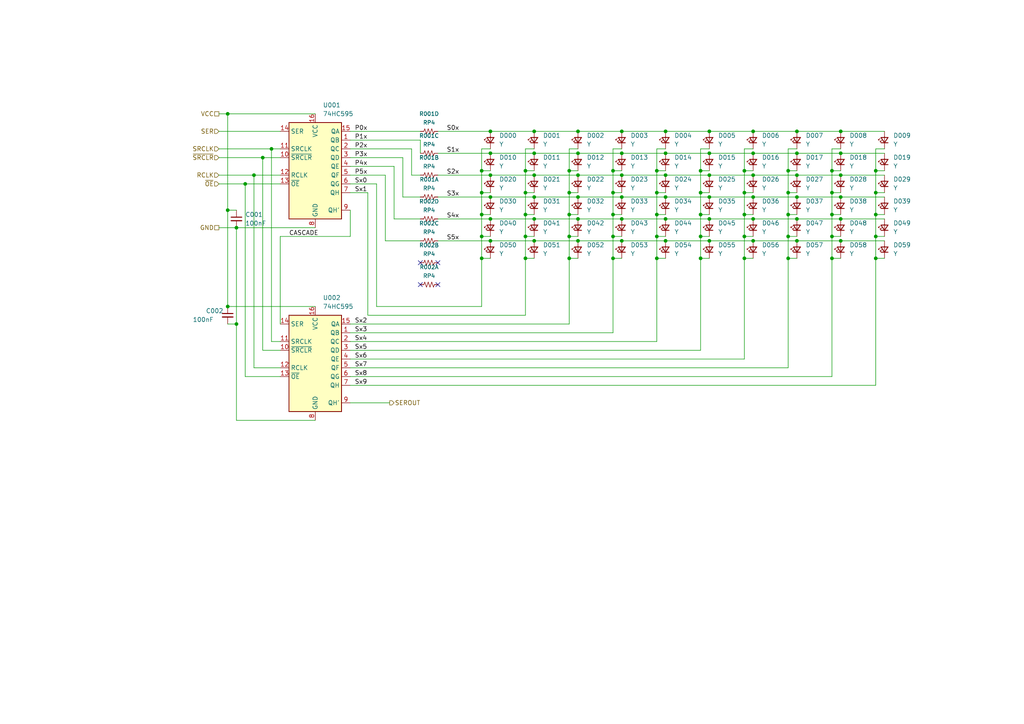
<source format=kicad_sch>
(kicad_sch (version 20230121) (generator eeschema)
  (paper "A4")
  (lib_symbols
    (symbol "74xx:74HC595"
      (property "Reference" "U" (at -7.62 13.97 0))
      (property "Value" "74HC595" (at -7.62 -16.51 0))
      (symbol "74HC595_1_0"
        (pin tri_state line (at 10.16 7.62 180) (length 2.54) (name "QB") (number "1"))
        (pin input line (at -10.16 2.54 0) (length 2.54) (name "~{SRCLR}") (number "10"))
        (pin input line (at -10.16 5.08 0) (length 2.54) (name "SRCLK") (number "11"))
        (pin input line (at -10.16 -2.54 0) (length 2.54) (name "RCLK") (number "12"))
        (pin input line (at -10.16 -5.08 0) (length 2.54) (name "~{OE}") (number "13"))
        (pin input line (at -10.16 10.16 0) (length 2.54) (name "SER") (number "14"))
        (pin tri_state line (at 10.16 10.16 180) (length 2.54) (name "QA") (number "15"))
        (pin power_in line (at 0 15.24 270) (length 2.54) (name "VCC") (number "16"))
        (pin tri_state line (at 10.16 5.08 180) (length 2.54) (name "QC") (number "2"))
        (pin tri_state line (at 10.16 2.54 180) (length 2.54) (name "QD") (number "3"))
        (pin tri_state line (at 10.16 0 180) (length 2.54) (name "QE") (number "4"))
        (pin tri_state line (at 10.16 -2.54 180) (length 2.54) (name "QF") (number "5"))
        (pin tri_state line (at 10.16 -5.08 180) (length 2.54) (name "QG") (number "6"))
        (pin tri_state line (at 10.16 -7.62 180) (length 2.54) (name "QH") (number "7"))
        (pin power_in line (at 0 -17.78 90) (length 2.54) (name "GND") (number "8"))
        (pin output line (at 10.16 -12.7 180) (length 2.54) (name "QH'") (number "9"))
      )
    )
    (symbol "Device:C_Small" (pin_numbers hide) (pin_names (offset 0.254) hide)
      (property "Reference" "C" (at 0.254 1.778 0))
      (property "Value" "C_Small" (at 0.254 -2.032 0))
      (symbol "C_Small_1_1"
        (pin passive line (at 0 2.54 270) (length 2.032) (name "~") (number "1"))
        (pin passive line (at 0 -2.54 90) (length 2.032) (name "~") (number "2"))
      )
    )
    (symbol "Device:LED_Small" (pin_numbers hide) (pin_names (offset 0.254) hide)
      (property "Reference" "D" (at -1.27 3.175 0))
      (property "Value" "LED_Small" (at -4.445 -2.54 0))
      (symbol "LED_Small_1_1"
        (pin passive line (at -2.54 0 0) (length 1.778) (name "K") (number "1"))
        (pin passive line (at 2.54 0 180) (length 1.778) (name "A") (number "2"))
      )
    )
    (symbol "KwanSystems:RP4" (pin_numbers hide) (pin_names (offset 0) hide)
      (property "Reference" "R" (at -1.27 1.27 0))
      (property "Value" "RP4" (at -1.27 -2.54 0))
      (symbol "RP4_1_1"
        (pin passive line (at -2.54 0 0) (length 0.9906) (name "4") (number "1"))
        (pin passive line (at 2.54 0 180) (length 0.9906) (name "5") (number "8"))
      )
      (symbol "RP4_2_1"
        (pin passive line (at -2.54 0 0) (length 0.9906) (name "4") (number "2"))
        (pin passive line (at 2.54 0 180) (length 0.9906) (name "5") (number "7"))
      )
      (symbol "RP4_3_1"
        (pin passive line (at -2.54 0 0) (length 0.9906) (name "4") (number "3"))
        (pin passive line (at 2.54 0 180) (length 0.9906) (name "5") (number "6"))
      )
      (symbol "RP4_4_1"
        (pin passive line (at -2.54 0 0) (length 0.9906) (name "4") (number "4"))
        (pin passive line (at 2.54 0 180) (length 0.9906) (name "5") (number "5"))
      )
    )
  )
  (junction (at 139.7 55.88))
  (junction (at 66.04 33.02))
  (junction (at 180.34 57.15))
  (junction (at 193.04 63.5))
  (junction (at 228.6 68.58))
  (junction (at 177.8 55.88))
  (junction (at 78.74 43.18))
  (junction (at 180.34 50.8))
  (junction (at 154.94 57.15))
  (junction (at 205.74 38.1))
  (junction (at 218.44 38.1))
  (junction (at 231.14 69.85))
  (junction (at 193.04 69.85))
  (junction (at 254 49.53))
  (junction (at 177.8 62.23))
  (junction (at 66.04 88.9))
  (junction (at 215.9 49.53))
  (junction (at 167.64 57.15))
  (junction (at 177.8 74.93))
  (junction (at 228.6 62.23))
  (junction (at 180.34 38.1))
  (junction (at 243.84 57.15))
  (junction (at 205.74 57.15))
  (junction (at 231.14 44.45))
  (junction (at 190.5 62.23))
  (junction (at 152.4 62.23))
  (junction (at 241.3 49.53))
  (junction (at 139.7 62.23))
  (junction (at 165.1 68.58))
  (junction (at 177.8 49.53))
  (junction (at 154.94 38.1))
  (junction (at 154.94 63.5))
  (junction (at 165.1 55.88))
  (junction (at 231.14 57.15))
  (junction (at 167.64 44.45))
  (junction (at 152.4 49.53))
  (junction (at 228.6 74.93))
  (junction (at 193.04 38.1))
  (junction (at 215.9 74.93))
  (junction (at 167.64 50.8))
  (junction (at 215.9 55.88))
  (junction (at 152.4 68.58))
  (junction (at 203.2 68.58))
  (junction (at 142.24 50.8))
  (junction (at 165.1 62.23))
  (junction (at 243.84 38.1))
  (junction (at 243.84 69.85))
  (junction (at 142.24 44.45))
  (junction (at 177.8 68.58))
  (junction (at 154.94 69.85))
  (junction (at 231.14 38.1))
  (junction (at 218.44 69.85))
  (junction (at 203.2 55.88))
  (junction (at 205.74 44.45))
  (junction (at 205.74 69.85))
  (junction (at 142.24 69.85))
  (junction (at 241.3 74.93))
  (junction (at 231.14 50.8))
  (junction (at 254 74.93))
  (junction (at 193.04 57.15))
  (junction (at 193.04 50.8))
  (junction (at 203.2 62.23))
  (junction (at 218.44 50.8))
  (junction (at 142.24 63.5))
  (junction (at 218.44 63.5))
  (junction (at 180.34 69.85))
  (junction (at 167.64 38.1))
  (junction (at 139.7 49.53))
  (junction (at 254 68.58))
  (junction (at 215.9 62.23))
  (junction (at 165.1 49.53))
  (junction (at 71.12 53.34))
  (junction (at 154.94 44.45))
  (junction (at 68.58 93.98))
  (junction (at 180.34 63.5))
  (junction (at 190.5 49.53))
  (junction (at 228.6 49.53))
  (junction (at 243.84 50.8))
  (junction (at 254 55.88))
  (junction (at 218.44 57.15))
  (junction (at 215.9 68.58))
  (junction (at 203.2 74.93))
  (junction (at 254 62.23))
  (junction (at 73.66 50.8))
  (junction (at 218.44 44.45))
  (junction (at 68.58 66.04))
  (junction (at 193.04 44.45))
  (junction (at 243.84 63.5))
  (junction (at 203.2 49.53))
  (junction (at 154.94 50.8))
  (junction (at 139.7 74.93))
  (junction (at 180.34 44.45))
  (junction (at 243.84 44.45))
  (junction (at 228.6 55.88))
  (junction (at 76.2 45.72))
  (junction (at 241.3 55.88))
  (junction (at 142.24 38.1))
  (junction (at 190.5 68.58))
  (junction (at 165.1 74.93))
  (junction (at 190.5 74.93))
  (junction (at 205.74 50.8))
  (junction (at 205.74 63.5))
  (junction (at 152.4 55.88))
  (junction (at 190.5 55.88))
  (junction (at 241.3 68.58))
  (junction (at 231.14 63.5))
  (junction (at 142.24 57.15))
  (junction (at 66.04 60.96))
  (junction (at 167.64 63.5))
  (junction (at 152.4 74.93))
  (junction (at 139.7 68.58))
  (junction (at 167.64 69.85))
  (junction (at 241.3 62.23))
  (no_connect (at 121.92 82.55))
  (no_connect (at 127 76.2))
  (no_connect (at 127 82.55))
  (no_connect (at 121.92 76.2))
  (wire (pts (xy 241.3 68.58) (xy 243.84 68.58)))
  (wire (pts (xy 121.92 57.15) (xy 116.84 57.15)))
  (wire (pts (xy 81.28 68.58) (xy 101.6 68.58)))
  (wire (pts (xy 241.3 49.53) (xy 243.84 49.53)))
  (wire (pts (xy 203.2 68.58) (xy 203.2 74.93)))
  (wire (pts (xy 142.24 57.15) (xy 154.94 57.15)))
  (wire (pts (xy 228.6 74.93) (xy 228.6 106.68)))
  (wire (pts (xy 215.9 74.93) (xy 215.9 104.14)))
  (wire (pts (xy 76.2 101.6) (xy 81.28 101.6)))
  (wire (pts (xy 205.74 44.45) (xy 218.44 44.45)))
  (wire (pts (xy 228.6 68.58) (xy 228.6 74.93)))
  (wire (pts (xy 127 69.85) (xy 142.24 69.85)))
  (wire (pts (xy 91.44 88.9) (xy 66.04 88.9)))
  (wire (pts (xy 190.5 49.53) (xy 190.5 55.88)))
  (wire (pts (xy 215.9 49.53) (xy 215.9 55.88)))
  (wire (pts (xy 254 43.18) (xy 254 49.53)))
  (wire (pts (xy 203.2 68.58) (xy 205.74 68.58)))
  (wire (pts (xy 231.14 57.15) (xy 243.84 57.15)))
  (wire (pts (xy 154.94 44.45) (xy 167.64 44.45)))
  (wire (pts (xy 167.64 69.85) (xy 180.34 69.85)))
  (wire (pts (xy 165.1 49.53) (xy 167.64 49.53)))
  (wire (pts (xy 81.28 68.58) (xy 81.28 93.98)))
  (wire (pts (xy 215.9 62.23) (xy 218.44 62.23)))
  (wire (pts (xy 254 49.53) (xy 256.54 49.53)))
  (wire (pts (xy 154.94 38.1) (xy 167.64 38.1)))
  (wire (pts (xy 243.84 38.1) (xy 256.54 38.1)))
  (wire (pts (xy 205.74 38.1) (xy 218.44 38.1)))
  (wire (pts (xy 215.9 49.53) (xy 218.44 49.53)))
  (wire (pts (xy 177.8 62.23) (xy 180.34 62.23)))
  (wire (pts (xy 101.6 104.14) (xy 215.9 104.14)))
  (wire (pts (xy 215.9 55.88) (xy 218.44 55.88)))
  (wire (pts (xy 78.74 99.06) (xy 78.74 43.18)))
  (wire (pts (xy 152.4 68.58) (xy 154.94 68.58)))
  (wire (pts (xy 231.14 38.1) (xy 243.84 38.1)))
  (wire (pts (xy 215.9 43.18) (xy 215.9 49.53)))
  (wire (pts (xy 241.3 55.88) (xy 241.3 62.23)))
  (wire (pts (xy 121.92 40.64) (xy 101.6 40.64)))
  (wire (pts (xy 228.6 49.53) (xy 231.14 49.53)))
  (wire (pts (xy 165.1 43.18) (xy 165.1 49.53)))
  (wire (pts (xy 241.3 74.93) (xy 243.84 74.93)))
  (wire (pts (xy 101.6 99.06) (xy 190.5 99.06)))
  (wire (pts (xy 63.5 43.18) (xy 78.74 43.18)))
  (wire (pts (xy 139.7 62.23) (xy 142.24 62.23)))
  (wire (pts (xy 139.7 43.18) (xy 139.7 49.53)))
  (wire (pts (xy 101.6 96.52) (xy 177.8 96.52)))
  (wire (pts (xy 165.1 43.18) (xy 167.64 43.18)))
  (wire (pts (xy 139.7 43.18) (xy 142.24 43.18)))
  (wire (pts (xy 215.9 68.58) (xy 218.44 68.58)))
  (wire (pts (xy 193.04 50.8) (xy 205.74 50.8)))
  (wire (pts (xy 203.2 55.88) (xy 203.2 62.23)))
  (wire (pts (xy 139.7 68.58) (xy 139.7 74.93)))
  (wire (pts (xy 177.8 43.18) (xy 180.34 43.18)))
  (wire (pts (xy 165.1 74.93) (xy 167.64 74.93)))
  (wire (pts (xy 215.9 68.58) (xy 215.9 74.93)))
  (wire (pts (xy 106.68 55.88) (xy 101.6 55.88)))
  (wire (pts (xy 193.04 69.85) (xy 205.74 69.85)))
  (wire (pts (xy 254 49.53) (xy 254 55.88)))
  (wire (pts (xy 73.66 106.68) (xy 73.66 50.8)))
  (wire (pts (xy 241.3 68.58) (xy 241.3 74.93)))
  (wire (pts (xy 116.84 57.15) (xy 116.84 45.72)))
  (wire (pts (xy 66.04 60.96) (xy 66.04 33.02)))
  (wire (pts (xy 142.24 63.5) (xy 154.94 63.5)))
  (wire (pts (xy 203.2 74.93) (xy 203.2 101.6)))
  (wire (pts (xy 106.68 91.44) (xy 106.68 55.88)))
  (wire (pts (xy 139.7 62.23) (xy 139.7 68.58)))
  (wire (pts (xy 101.6 116.84) (xy 113.03 116.84)))
  (wire (pts (xy 177.8 68.58) (xy 180.34 68.58)))
  (wire (pts (xy 180.34 63.5) (xy 193.04 63.5)))
  (wire (pts (xy 119.38 43.18) (xy 101.6 43.18)))
  (wire (pts (xy 203.2 62.23) (xy 205.74 62.23)))
  (wire (pts (xy 142.24 69.85) (xy 154.94 69.85)))
  (wire (pts (xy 73.66 106.68) (xy 81.28 106.68)))
  (wire (pts (xy 66.04 60.96) (xy 68.58 60.96)))
  (wire (pts (xy 66.04 88.9) (xy 66.04 60.96)))
  (wire (pts (xy 228.6 55.88) (xy 231.14 55.88)))
  (wire (pts (xy 228.6 62.23) (xy 228.6 68.58)))
  (wire (pts (xy 254 55.88) (xy 254 62.23)))
  (wire (pts (xy 180.34 57.15) (xy 193.04 57.15)))
  (wire (pts (xy 165.1 55.88) (xy 165.1 62.23)))
  (wire (pts (xy 139.7 88.9) (xy 109.22 88.9)))
  (wire (pts (xy 180.34 50.8) (xy 193.04 50.8)))
  (wire (pts (xy 215.9 74.93) (xy 218.44 74.93)))
  (wire (pts (xy 63.5 38.1) (xy 81.28 38.1)))
  (wire (pts (xy 78.74 43.18) (xy 81.28 43.18)))
  (wire (pts (xy 139.7 55.88) (xy 139.7 62.23)))
  (wire (pts (xy 218.44 69.85) (xy 231.14 69.85)))
  (wire (pts (xy 152.4 43.18) (xy 154.94 43.18)))
  (wire (pts (xy 190.5 55.88) (xy 190.5 62.23)))
  (wire (pts (xy 228.6 74.93) (xy 231.14 74.93)))
  (wire (pts (xy 243.84 69.85) (xy 256.54 69.85)))
  (wire (pts (xy 165.1 62.23) (xy 165.1 68.58)))
  (wire (pts (xy 165.1 55.88) (xy 167.64 55.88)))
  (wire (pts (xy 101.6 60.96) (xy 101.6 68.58)))
  (wire (pts (xy 68.58 93.98) (xy 68.58 121.92)))
  (wire (pts (xy 203.2 74.93) (xy 205.74 74.93)))
  (wire (pts (xy 142.24 38.1) (xy 154.94 38.1)))
  (wire (pts (xy 71.12 109.22) (xy 81.28 109.22)))
  (wire (pts (xy 73.66 50.8) (xy 81.28 50.8)))
  (wire (pts (xy 177.8 62.23) (xy 177.8 68.58)))
  (wire (pts (xy 228.6 55.88) (xy 228.6 62.23)))
  (wire (pts (xy 205.74 69.85) (xy 218.44 69.85)))
  (wire (pts (xy 190.5 62.23) (xy 193.04 62.23)))
  (wire (pts (xy 101.6 38.1) (xy 121.92 38.1)))
  (wire (pts (xy 167.64 38.1) (xy 180.34 38.1)))
  (wire (pts (xy 254 43.18) (xy 256.54 43.18)))
  (wire (pts (xy 177.8 43.18) (xy 177.8 49.53)))
  (wire (pts (xy 241.3 55.88) (xy 243.84 55.88)))
  (wire (pts (xy 139.7 55.88) (xy 142.24 55.88)))
  (wire (pts (xy 254 55.88) (xy 256.54 55.88)))
  (wire (pts (xy 68.58 121.92) (xy 91.44 121.92)))
  (wire (pts (xy 193.04 38.1) (xy 205.74 38.1)))
  (wire (pts (xy 228.6 43.18) (xy 228.6 49.53)))
  (wire (pts (xy 190.5 49.53) (xy 193.04 49.53)))
  (wire (pts (xy 101.6 48.26) (xy 114.3 48.26)))
  (wire (pts (xy 218.44 57.15) (xy 231.14 57.15)))
  (wire (pts (xy 152.4 62.23) (xy 154.94 62.23)))
  (wire (pts (xy 66.04 33.02) (xy 91.44 33.02)))
  (wire (pts (xy 152.4 74.93) (xy 154.94 74.93)))
  (wire (pts (xy 63.5 45.72) (xy 76.2 45.72)))
  (wire (pts (xy 231.14 69.85) (xy 243.84 69.85)))
  (wire (pts (xy 109.22 88.9) (xy 109.22 53.34)))
  (wire (pts (xy 76.2 45.72) (xy 81.28 45.72)))
  (wire (pts (xy 177.8 49.53) (xy 180.34 49.53)))
  (wire (pts (xy 142.24 44.45) (xy 154.94 44.45)))
  (wire (pts (xy 203.2 49.53) (xy 205.74 49.53)))
  (wire (pts (xy 165.1 68.58) (xy 167.64 68.58)))
  (wire (pts (xy 190.5 68.58) (xy 190.5 74.93)))
  (wire (pts (xy 63.5 33.02) (xy 66.04 33.02)))
  (wire (pts (xy 121.92 69.85) (xy 111.76 69.85)))
  (wire (pts (xy 127 63.5) (xy 142.24 63.5)))
  (wire (pts (xy 241.3 49.53) (xy 241.3 55.88)))
  (wire (pts (xy 152.4 62.23) (xy 152.4 68.58)))
  (wire (pts (xy 231.14 63.5) (xy 243.84 63.5)))
  (wire (pts (xy 152.4 49.53) (xy 152.4 55.88)))
  (wire (pts (xy 111.76 50.8) (xy 101.6 50.8)))
  (wire (pts (xy 167.64 44.45) (xy 180.34 44.45)))
  (wire (pts (xy 228.6 49.53) (xy 228.6 55.88)))
  (wire (pts (xy 218.44 63.5) (xy 231.14 63.5)))
  (wire (pts (xy 111.76 69.85) (xy 111.76 50.8)))
  (wire (pts (xy 228.6 43.18) (xy 231.14 43.18)))
  (wire (pts (xy 215.9 62.23) (xy 215.9 68.58)))
  (wire (pts (xy 177.8 49.53) (xy 177.8 55.88)))
  (wire (pts (xy 101.6 93.98) (xy 165.1 93.98)))
  (wire (pts (xy 177.8 55.88) (xy 177.8 62.23)))
  (wire (pts (xy 215.9 55.88) (xy 215.9 62.23)))
  (wire (pts (xy 63.5 66.04) (xy 68.58 66.04)))
  (wire (pts (xy 154.94 57.15) (xy 167.64 57.15)))
  (wire (pts (xy 177.8 74.93) (xy 177.8 96.52)))
  (wire (pts (xy 152.4 49.53) (xy 154.94 49.53)))
  (wire (pts (xy 215.9 43.18) (xy 218.44 43.18)))
  (wire (pts (xy 167.64 57.15) (xy 180.34 57.15)))
  (wire (pts (xy 127 38.1) (xy 142.24 38.1)))
  (wire (pts (xy 180.34 44.45) (xy 193.04 44.45)))
  (wire (pts (xy 241.3 62.23) (xy 243.84 62.23)))
  (wire (pts (xy 101.6 109.22) (xy 241.3 109.22)))
  (wire (pts (xy 177.8 74.93) (xy 180.34 74.93)))
  (wire (pts (xy 78.74 99.06) (xy 81.28 99.06)))
  (wire (pts (xy 254 62.23) (xy 254 68.58)))
  (wire (pts (xy 121.92 44.45) (xy 121.92 40.64)))
  (wire (pts (xy 218.44 50.8) (xy 231.14 50.8)))
  (wire (pts (xy 190.5 43.18) (xy 193.04 43.18)))
  (wire (pts (xy 101.6 101.6) (xy 203.2 101.6)))
  (wire (pts (xy 71.12 53.34) (xy 81.28 53.34)))
  (wire (pts (xy 154.94 63.5) (xy 167.64 63.5)))
  (wire (pts (xy 203.2 62.23) (xy 203.2 68.58)))
  (wire (pts (xy 205.74 50.8) (xy 218.44 50.8)))
  (wire (pts (xy 254 74.93) (xy 256.54 74.93)))
  (wire (pts (xy 121.92 50.8) (xy 119.38 50.8)))
  (wire (pts (xy 205.74 63.5) (xy 218.44 63.5)))
  (wire (pts (xy 241.3 43.18) (xy 241.3 49.53)))
  (wire (pts (xy 254 68.58) (xy 254 74.93)))
  (wire (pts (xy 228.6 68.58) (xy 231.14 68.58)))
  (wire (pts (xy 139.7 74.93) (xy 142.24 74.93)))
  (wire (pts (xy 254 74.93) (xy 254 111.76)))
  (wire (pts (xy 68.58 66.04) (xy 68.58 93.98)))
  (wire (pts (xy 167.64 50.8) (xy 180.34 50.8)))
  (wire (pts (xy 121.92 63.5) (xy 114.3 63.5)))
  (wire (pts (xy 203.2 43.18) (xy 205.74 43.18)))
  (wire (pts (xy 254 62.23) (xy 256.54 62.23)))
  (wire (pts (xy 218.44 38.1) (xy 231.14 38.1)))
  (wire (pts (xy 193.04 63.5) (xy 205.74 63.5)))
  (wire (pts (xy 152.4 91.44) (xy 106.68 91.44)))
  (wire (pts (xy 241.3 62.23) (xy 241.3 68.58)))
  (wire (pts (xy 190.5 74.93) (xy 190.5 99.06)))
  (wire (pts (xy 127 44.45) (xy 142.24 44.45)))
  (wire (pts (xy 152.4 74.93) (xy 152.4 91.44)))
  (wire (pts (xy 228.6 62.23) (xy 231.14 62.23)))
  (wire (pts (xy 218.44 44.45) (xy 231.14 44.45)))
  (wire (pts (xy 180.34 69.85) (xy 193.04 69.85)))
  (wire (pts (xy 152.4 68.58) (xy 152.4 74.93)))
  (wire (pts (xy 190.5 43.18) (xy 190.5 49.53)))
  (wire (pts (xy 243.84 50.8) (xy 256.54 50.8)))
  (wire (pts (xy 241.3 74.93) (xy 241.3 109.22)))
  (wire (pts (xy 180.34 38.1) (xy 193.04 38.1)))
  (wire (pts (xy 101.6 106.68) (xy 228.6 106.68)))
  (wire (pts (xy 139.7 68.58) (xy 142.24 68.58)))
  (wire (pts (xy 243.84 44.45) (xy 256.54 44.45)))
  (wire (pts (xy 139.7 49.53) (xy 142.24 49.53)))
  (wire (pts (xy 193.04 44.45) (xy 205.74 44.45)))
  (wire (pts (xy 243.84 57.15) (xy 256.54 57.15)))
  (wire (pts (xy 63.5 50.8) (xy 73.66 50.8)))
  (wire (pts (xy 241.3 43.18) (xy 243.84 43.18)))
  (wire (pts (xy 231.14 50.8) (xy 243.84 50.8)))
  (wire (pts (xy 109.22 53.34) (xy 101.6 53.34)))
  (wire (pts (xy 154.94 69.85) (xy 167.64 69.85)))
  (wire (pts (xy 190.5 62.23) (xy 190.5 68.58)))
  (wire (pts (xy 190.5 55.88) (xy 193.04 55.88)))
  (wire (pts (xy 142.24 50.8) (xy 154.94 50.8)))
  (wire (pts (xy 152.4 55.88) (xy 154.94 55.88)))
  (wire (pts (xy 76.2 45.72) (xy 76.2 101.6)))
  (wire (pts (xy 254 68.58) (xy 256.54 68.58)))
  (wire (pts (xy 177.8 55.88) (xy 180.34 55.88)))
  (wire (pts (xy 243.84 63.5) (xy 256.54 63.5)))
  (wire (pts (xy 190.5 74.93) (xy 193.04 74.93)))
  (wire (pts (xy 165.1 74.93) (xy 165.1 93.98)))
  (wire (pts (xy 71.12 109.22) (xy 71.12 53.34)))
  (wire (pts (xy 114.3 63.5) (xy 114.3 48.26)))
  (wire (pts (xy 116.84 45.72) (xy 101.6 45.72)))
  (wire (pts (xy 165.1 62.23) (xy 167.64 62.23)))
  (wire (pts (xy 139.7 74.93) (xy 139.7 88.9)))
  (wire (pts (xy 205.74 57.15) (xy 218.44 57.15)))
  (wire (pts (xy 66.04 93.98) (xy 68.58 93.98)))
  (wire (pts (xy 190.5 68.58) (xy 193.04 68.58)))
  (wire (pts (xy 177.8 68.58) (xy 177.8 74.93)))
  (wire (pts (xy 154.94 50.8) (xy 167.64 50.8)))
  (wire (pts (xy 119.38 50.8) (xy 119.38 43.18)))
  (wire (pts (xy 203.2 43.18) (xy 203.2 49.53)))
  (wire (pts (xy 167.64 63.5) (xy 180.34 63.5)))
  (wire (pts (xy 127 50.8) (xy 142.24 50.8)))
  (wire (pts (xy 101.6 111.76) (xy 254 111.76)))
  (wire (pts (xy 68.58 66.04) (xy 91.44 66.04)))
  (wire (pts (xy 193.04 57.15) (xy 205.74 57.15)))
  (wire (pts (xy 63.5 53.34) (xy 71.12 53.34)))
  (wire (pts (xy 165.1 49.53) (xy 165.1 55.88)))
  (wire (pts (xy 203.2 49.53) (xy 203.2 55.88)))
  (wire (pts (xy 203.2 55.88) (xy 205.74 55.88)))
  (wire (pts (xy 231.14 44.45) (xy 243.84 44.45)))
  (wire (pts (xy 152.4 55.88) (xy 152.4 62.23)))
  (wire (pts (xy 152.4 43.18) (xy 152.4 49.53)))
  (wire (pts (xy 165.1 68.58) (xy 165.1 74.93)))
  (wire (pts (xy 127 57.15) (xy 142.24 57.15)))
  (wire (pts (xy 139.7 49.53) (xy 139.7 55.88)))
  (label "P2x" (at 102.87 43.18 0))
  (label "Sx0" (at 102.87 53.34 0))
  (label "P3x" (at 102.87 45.72 0))
  (label "P1x" (at 102.87 40.64 0))
  (label "Sx7" (at 102.87 106.68 0))
  (label "Sx9" (at 102.87 111.76 0))
  (label "S4x" (at 129.54 63.5 0))
  (label "Sx4" (at 102.87 99.06 0))
  (label "S3x" (at 129.54 57.15 0))
  (label "Sx6" (at 102.87 104.14 0))
  (label "P5x" (at 102.87 50.8 0))
  (label "Sx1" (at 102.87 55.88 0))
  (label "Sx5" (at 102.87 101.6 0))
  (label "S0x" (at 129.54 38.1 0))
  (label "S1x" (at 129.54 44.45 0))
  (label "Sx3" (at 102.87 96.52 0))
  (label "Sx2" (at 102.87 93.98 0))
  (label "S5x" (at 129.54 69.85 0))
  (label "P0x" (at 102.87 38.1 0))
  (label "Sx8" (at 102.87 109.22 0))
  (label "S2x" (at 129.54 50.8 0))
  (label "P4x" (at 102.87 48.26 0))
  (label "CASCADE" (at 83.82 68.58 0))
  (hierarchical_label "~{SRCLR}" (shape input) (at 63.5 45.72 180))
  (hierarchical_label "SRCLK" (shape input) (at 63.5 43.18 180))
  (hierarchical_label "SER" (shape input) (at 63.5 38.1 180))
  (hierarchical_label "SEROUT" (shape output) (at 113.03 116.84 0))
  (hierarchical_label "GND" (shape passive) (at 63.5 66.04 180))
  (hierarchical_label "VCC" (shape passive) (at 63.5 33.02 180))
  (hierarchical_label "~{OE}" (shape input) (at 63.5 53.34 180))
  (hierarchical_label "RCLK" (shape input) (at 63.5 50.8 180))
  (symbol (lib_id "Device:LED_Small") (at 256.54 40.64 90) (unit 1)
    (property "Reference" "D009" (at 259.08 39.3065 90) (effects (justify right)))
    (property "Value" "Y" (at 259.08 41.8465 90) (effects (justify right)))
    (property "Footprint" "KwanSystems:D_KINGBRIGHT_DOME" (effects hide))
    (property "Digikey" "754-2331-1-ND" (effects hide))
    (property "Part Number" "APDA1806SYCK" (effects hide))
    (instances (project "Precision23" (path "" (reference "D009") (unit 1)) (path "" (reference "D109") (unit 1)) (path "" (reference "D209") (unit 1))))
  )
  (symbol (lib_id "Device:LED_Small") (at 180.34 59.69 90) (unit 1)
    (property "Reference" "D033" (at 182.88 58.3565 90) (effects (justify right)))
    (property "Value" "Y" (at 182.88 60.8965 90) (effects (justify right)))
    (property "Footprint" "KwanSystems:D_KINGBRIGHT_DOME" (effects hide))
    (property "Digikey" "754-2331-1-ND" (effects hide))
    (property "Part Number" "APDA1806SYCK" (effects hide))
    (instances (project "Precision23" (path "" (reference "D033") (unit 1)) (path "" (reference "D133") (unit 1)) (path "" (reference "D233") (unit 1))))
  )
  (symbol (lib_id "Device:LED_Small") (at 231.14 46.99 90) (unit 1)
    (property "Reference" "D017" (at 233.68 45.6565 90) (effects (justify right)))
    (property "Value" "Y" (at 233.68 48.1965 90) (effects (justify right)))
    (property "Footprint" "KwanSystems:D_KINGBRIGHT_DOME" (effects hide))
    (property "Digikey" "754-2331-1-ND" (effects hide))
    (property "Part Number" "APDA1806SYCK" (effects hide))
    (instances (project "Precision23" (path "" (reference "D017") (unit 1)) (path "" (reference "D117") (unit 1)) (path "" (reference "D217") (unit 1))))
  )
  (symbol (lib_id "Device:LED_Small") (at 193.04 46.99 90) (unit 1)
    (property "Reference" "D014" (at 195.58 45.6565 90) (effects (justify right)))
    (property "Value" "Y" (at 195.58 48.1965 90) (effects (justify right)))
    (property "Footprint" "KwanSystems:D_KINGBRIGHT_DOME" (effects hide))
    (property "Digikey" "754-2331-1-ND" (effects hide))
    (property "Part Number" "APDA1806SYCK" (effects hide))
    (instances (project "Precision23" (path "" (reference "D014") (unit 1)) (path "" (reference "D114") (unit 1)) (path "" (reference "D214") (unit 1))))
  )
  (symbol (lib_id "Device:LED_Small") (at 142.24 53.34 90) (unit 1)
    (property "Reference" "D020" (at 144.78 52.0065 90) (effects (justify right)))
    (property "Value" "Y" (at 144.78 54.5465 90) (effects (justify right)))
    (property "Footprint" "KwanSystems:D_KINGBRIGHT_DOME" (effects hide))
    (property "Digikey" "754-2331-1-ND" (effects hide))
    (property "Part Number" "APDA1806SYCK" (effects hide))
    (instances (project "Precision23" (path "" (reference "D020") (unit 1)) (path "" (reference "D120") (unit 1)) (path "" (reference "D220") (unit 1))))
  )
  (symbol (lib_id "Device:LED_Small") (at 193.04 53.34 90) (unit 1)
    (property "Reference" "D024" (at 195.58 52.0065 90) (effects (justify right)))
    (property "Value" "Y" (at 195.58 54.5465 90) (effects (justify right)))
    (property "Footprint" "KwanSystems:D_KINGBRIGHT_DOME" (effects hide))
    (property "Digikey" "754-2331-1-ND" (effects hide))
    (property "Part Number" "APDA1806SYCK" (effects hide))
    (instances (project "Precision23" (path "" (reference "D024") (unit 1)) (path "" (reference "D124") (unit 1)) (path "" (reference "D224") (unit 1))))
  )
  (symbol (lib_id "Device:LED_Small") (at 231.14 59.69 90) (unit 1)
    (property "Reference" "D037" (at 233.68 58.3565 90) (effects (justify right)))
    (property "Value" "Y" (at 233.68 60.8965 90) (effects (justify right)))
    (property "Footprint" "KwanSystems:D_KINGBRIGHT_DOME" (effects hide))
    (property "Digikey" "754-2331-1-ND" (effects hide))
    (property "Part Number" "APDA1806SYCK" (effects hide))
    (instances (project "Precision23" (path "" (reference "D037") (unit 1)) (path "" (reference "D137") (unit 1)) (path "" (reference "D237") (unit 1))))
  )
  (symbol (lib_id "Device:LED_Small") (at 193.04 40.64 90) (unit 1)
    (property "Reference" "D004" (at 195.58 39.3065 90) (effects (justify right)))
    (property "Value" "Y" (at 195.58 41.8465 90) (effects (justify right)))
    (property "Footprint" "KwanSystems:D_KINGBRIGHT_DOME" (effects hide))
    (property "Digikey" "754-2331-1-ND" (effects hide))
    (property "Part Number" "APDA1806SYCK" (effects hide))
    (instances (project "Precision23" (path "" (reference "D004") (unit 1)) (path "" (reference "D104") (unit 1)) (path "" (reference "D204") (unit 1))))
  )
  (symbol (lib_id "Device:LED_Small") (at 243.84 66.04 90) (unit 1)
    (property "Reference" "D048" (at 246.38 64.7065 90) (effects (justify right)))
    (property "Value" "Y" (at 246.38 67.2465 90) (effects (justify right)))
    (property "Footprint" "KwanSystems:D_KINGBRIGHT_DOME" (effects hide))
    (property "Digikey" "754-2331-1-ND" (effects hide))
    (property "Part Number" "APDA1806SYCK" (effects hide))
    (instances (project "Precision23" (path "" (reference "D048") (unit 1)) (path "" (reference "D148") (unit 1)) (path "" (reference "D248") (unit 1))))
  )
  (symbol (lib_id "Device:LED_Small") (at 218.44 66.04 90) (unit 1)
    (property "Reference" "D046" (at 220.98 64.7065 90) (effects (justify right)))
    (property "Value" "Y" (at 220.98 67.2465 90) (effects (justify right)))
    (property "Footprint" "KwanSystems:D_KINGBRIGHT_DOME" (effects hide))
    (property "Digikey" "754-2331-1-ND" (effects hide))
    (property "Part Number" "APDA1806SYCK" (effects hide))
    (instances (project "Precision23" (path "" (reference "D046") (unit 1)) (path "" (reference "D146") (unit 1)) (path "" (reference "D246") (unit 1))))
  )
  (symbol (lib_id "KwanSystems:RP4") (at 124.46 57.15 0) (unit 1)
    (property "Reference" "R001" (at 124.46 52.07 0) (effects (font (size 1.143 1.143))))
    (property "Value" "RP4" (at 124.46 54.61 0) (effects (font (size 1.143 1.143))))
    (property "Footprint" "KwanSystems:R_Array_Convex_4x0402" (effects hide))
    (instances (project "Precision23" (path "" (reference "R001") (unit 1)) (path "" (reference "R101") (unit 1)) (path "" (reference "R201") (unit 1))))
  )
  (symbol (lib_id "Device:LED_Small") (at 218.44 59.69 90) (unit 1)
    (property "Reference" "D036" (at 220.98 58.3565 90) (effects (justify right)))
    (property "Value" "Y" (at 220.98 60.8965 90) (effects (justify right)))
    (property "Footprint" "KwanSystems:D_KINGBRIGHT_DOME" (effects hide))
    (property "Digikey" "754-2331-1-ND" (effects hide))
    (property "Part Number" "APDA1806SYCK" (effects hide))
    (instances (project "Precision23" (path "" (reference "D036") (unit 1)) (path "" (reference "D136") (unit 1)) (path "" (reference "D236") (unit 1))))
  )
  (symbol (lib_id "KwanSystems:RP4") (at 124.46 38.1 0) (unit 4)
    (property "Reference" "R001" (at 124.46 33.02 0) (effects (font (size 1.143 1.143))))
    (property "Value" "RP4" (at 124.46 35.56 0) (effects (font (size 1.143 1.143))))
    (property "Footprint" "KwanSystems:R_Array_Convex_4x0402" (effects hide))
    (instances (project "Precision23" (path "" (reference "R001") (unit 4)) (path "" (reference "R101") (unit 4)) (path "" (reference "R201") (unit 4))))
  )
  (symbol (lib_id "Device:LED_Small") (at 142.24 40.64 90) (unit 1)
    (property "Reference" "D000" (at 144.78 39.3065 90) (effects (justify right)))
    (property "Value" "Y" (at 144.78 41.8465 90) (effects (justify right)))
    (property "Footprint" "KwanSystems:D_KINGBRIGHT_DOME" (effects hide))
    (property "Digikey" "754-2331-1-ND" (effects hide))
    (property "Part Number" "APDA1806SYCK" (effects hide))
    (instances (project "Precision23" (path "" (reference "D000") (unit 1)) (path "" (reference "D100") (unit 1)) (path "" (reference "D200") (unit 1))))
  )
  (symbol (lib_id "Device:LED_Small") (at 180.34 72.39 90) (unit 1)
    (property "Reference" "D053" (at 182.88 71.0565 90) (effects (justify right)))
    (property "Value" "Y" (at 182.88 73.5965 90) (effects (justify right)))
    (property "Footprint" "KwanSystems:D_KINGBRIGHT_DOME" (effects hide))
    (property "Digikey" "754-2331-1-ND" (effects hide))
    (property "Part Number" "APDA1806SYCK" (effects hide))
    (instances (project "Precision23" (path "" (reference "D053") (unit 1)) (path "" (reference "D153") (unit 1)) (path "" (reference "D253") (unit 1))))
  )
  (symbol (lib_id "KwanSystems:RP4") (at 124.46 82.55 0) (unit 1)
    (property "Reference" "R002" (at 124.46 77.47 0) (effects (font (size 1.143 1.143))))
    (property "Value" "RP4" (at 124.46 80.01 0) (effects (font (size 1.143 1.143))))
    (property "Footprint" "KwanSystems:R_Array_Convex_4x0402" (effects hide))
    (instances (project "Precision23" (path "" (reference "R002") (unit 1)) (path "" (reference "R102") (unit 1)) (path "" (reference "R202") (unit 1))))
  )
  (symbol (lib_id "Device:LED_Small") (at 231.14 53.34 90) (unit 1)
    (property "Reference" "D027" (at 233.68 52.0065 90) (effects (justify right)))
    (property "Value" "Y" (at 233.68 54.5465 90) (effects (justify right)))
    (property "Footprint" "KwanSystems:D_KINGBRIGHT_DOME" (effects hide))
    (property "Digikey" "754-2331-1-ND" (effects hide))
    (property "Part Number" "APDA1806SYCK" (effects hide))
    (instances (project "Precision23" (path "" (reference "D027") (unit 1)) (path "" (reference "D127") (unit 1)) (path "" (reference "D227") (unit 1))))
  )
  (symbol (lib_id "KwanSystems:RP4") (at 124.46 63.5 0) (unit 4)
    (property "Reference" "R002" (at 124.46 58.42 0) (effects (font (size 1.143 1.143))))
    (property "Value" "RP4" (at 124.46 60.96 0) (effects (font (size 1.143 1.143))))
    (property "Footprint" "KwanSystems:R_Array_Convex_4x0402" (effects hide))
    (instances (project "Precision23" (path "" (reference "R002") (unit 4)) (path "" (reference "R102") (unit 4)) (path "" (reference "R202") (unit 4))))
  )
  (symbol (lib_id "Device:LED_Small") (at 167.64 40.64 90) (unit 1)
    (property "Reference" "D002" (at 170.18 39.3065 90) (effects (justify right)))
    (property "Value" "Y" (at 170.18 41.8465 90) (effects (justify right)))
    (property "Footprint" "KwanSystems:D_KINGBRIGHT_DOME" (effects hide))
    (property "Digikey" "754-2331-1-ND" (effects hide))
    (property "Part Number" "APDA1806SYCK" (effects hide))
    (instances (project "Precision23" (path "" (reference "D002") (unit 1)) (path "" (reference "D102") (unit 1)) (path "" (reference "D202") (unit 1))))
  )
  (symbol (lib_id "Device:LED_Small") (at 180.34 40.64 90) (unit 1)
    (property "Reference" "D003" (at 182.88 39.3065 90) (effects (justify right)))
    (property "Value" "Y" (at 182.88 41.8465 90) (effects (justify right)))
    (property "Footprint" "KwanSystems:D_KINGBRIGHT_DOME" (effects hide))
    (property "Digikey" "754-2331-1-ND" (effects hide))
    (property "Part Number" "APDA1806SYCK" (effects hide))
    (instances (project "Precision23" (path "" (reference "D003") (unit 1)) (path "" (reference "D103") (unit 1)) (path "" (reference "D203") (unit 1))))
  )
  (symbol (lib_id "Device:LED_Small") (at 167.64 59.69 90) (unit 1)
    (property "Reference" "D032" (at 170.18 58.3565 90) (effects (justify right)))
    (property "Value" "Y" (at 170.18 60.8965 90) (effects (justify right)))
    (property "Footprint" "KwanSystems:D_KINGBRIGHT_DOME" (effects hide))
    (property "Digikey" "754-2331-1-ND" (effects hide))
    (property "Part Number" "APDA1806SYCK" (effects hide))
    (instances (project "Precision23" (path "" (reference "D032") (unit 1)) (path "" (reference "D132") (unit 1)) (path "" (reference "D232") (unit 1))))
  )
  (symbol (lib_id "Device:LED_Small") (at 256.54 59.69 90) (unit 1)
    (property "Reference" "D039" (at 259.08 58.3565 90) (effects (justify right)))
    (property "Value" "Y" (at 259.08 60.8965 90) (effects (justify right)))
    (property "Footprint" "KwanSystems:D_KINGBRIGHT_DOME" (effects hide))
    (property "Digikey" "754-2331-1-ND" (effects hide))
    (property "Part Number" "APDA1806SYCK" (effects hide))
    (instances (project "Precision23" (path "" (reference "D039") (unit 1)) (path "" (reference "D139") (unit 1)) (path "" (reference "D239") (unit 1))))
  )
  (symbol (lib_id "Device:LED_Small") (at 218.44 46.99 90) (unit 1)
    (property "Reference" "D016" (at 220.98 45.6565 90) (effects (justify right)))
    (property "Value" "Y" (at 220.98 48.1965 90) (effects (justify right)))
    (property "Footprint" "KwanSystems:D_KINGBRIGHT_DOME" (effects hide))
    (property "Digikey" "754-2331-1-ND" (effects hide))
    (property "Part Number" "APDA1806SYCK" (effects hide))
    (instances (project "Precision23" (path "" (reference "D016") (unit 1)) (path "" (reference "D116") (unit 1)) (path "" (reference "D216") (unit 1))))
  )
  (symbol (lib_id "Device:LED_Small") (at 154.94 46.99 90) (unit 1)
    (property "Reference" "D011" (at 157.48 45.6565 90) (effects (justify right)))
    (property "Value" "Y" (at 157.48 48.1965 90) (effects (justify right)))
    (property "Footprint" "KwanSystems:D_KINGBRIGHT_DOME" (effects hide))
    (property "Digikey" "754-2331-1-ND" (effects hide))
    (property "Part Number" "APDA1806SYCK" (effects hide))
    (instances (project "Precision23" (path "" (reference "D011") (unit 1)) (path "" (reference "D111") (unit 1)) (path "" (reference "D211") (unit 1))))
  )
  (symbol (lib_id "Device:LED_Small") (at 154.94 53.34 90) (unit 1)
    (property "Reference" "D021" (at 157.48 52.0065 90) (effects (justify right)))
    (property "Value" "Y" (at 157.48 54.5465 90) (effects (justify right)))
    (property "Footprint" "KwanSystems:D_KINGBRIGHT_DOME" (effects hide))
    (property "Digikey" "754-2331-1-ND" (effects hide))
    (property "Part Number" "APDA1806SYCK" (effects hide))
    (instances (project "Precision23" (path "" (reference "D021") (unit 1)) (path "" (reference "D121") (unit 1)) (path "" (reference "D221") (unit 1))))
  )
  (symbol (lib_id "Device:LED_Small") (at 205.74 66.04 90) (unit 1)
    (property "Reference" "D045" (at 208.28 64.7065 90) (effects (justify right)))
    (property "Value" "Y" (at 208.28 67.2465 90) (effects (justify right)))
    (property "Footprint" "KwanSystems:D_KINGBRIGHT_DOME" (effects hide))
    (property "Digikey" "754-2331-1-ND" (effects hide))
    (property "Part Number" "APDA1806SYCK" (effects hide))
    (instances (project "Precision23" (path "" (reference "D045") (unit 1)) (path "" (reference "D145") (unit 1)) (path "" (reference "D245") (unit 1))))
  )
  (symbol (lib_id "74xx:74HC595") (at 91.44 104.14 0) (unit 1)
    (property "Reference" "U002" (at 93.6341 86.36 0) (effects (justify left)))
    (property "Value" "74HC595" (at 93.6341 88.9 0) (effects (justify left)))
    (property "Footprint" "Package_SO:TSSOP-16_4.4x5mm_P0.65mm" (effects hide))
    (property "Datasheet" "http://www.ti.com/lit/ds/symlink/sn74hc595.pdf" (effects hide))
    (property "Digikey" "1727-3068-1-ND" (effects hide))
    (instances (project "Precision23" (path "" (reference "U002") (unit 1)) (path "" (reference "U102") (unit 1)) (path "" (reference "U202") (unit 1))))
  )
  (symbol (lib_id "Device:LED_Small") (at 154.94 40.64 90) (unit 1)
    (property "Reference" "D001" (at 157.48 39.3065 90) (effects (justify right)))
    (property "Value" "Y" (at 157.48 41.8465 90) (effects (justify right)))
    (property "Footprint" "KwanSystems:D_KINGBRIGHT_DOME" (effects hide))
    (property "Digikey" "754-2331-1-ND" (effects hide))
    (property "Part Number" "APDA1806SYCK" (effects hide))
    (instances (project "Precision23" (path "" (reference "D001") (unit 1)) (path "" (reference "D101") (unit 1)) (path "" (reference "D201") (unit 1))))
  )
  (symbol (lib_id "Device:LED_Small") (at 243.84 46.99 90) (unit 1)
    (property "Reference" "D018" (at 246.38 45.6565 90) (effects (justify right)))
    (property "Value" "Y" (at 246.38 48.1965 90) (effects (justify right)))
    (property "Footprint" "KwanSystems:D_KINGBRIGHT_DOME" (effects hide))
    (property "Digikey" "754-2331-1-ND" (effects hide))
    (property "Part Number" "APDA1806SYCK" (effects hide))
    (instances (project "Precision23" (path "" (reference "D018") (unit 1)) (path "" (reference "D118") (unit 1)) (path "" (reference "D218") (unit 1))))
  )
  (symbol (lib_id "Device:LED_Small") (at 193.04 59.69 90) (unit 1)
    (property "Reference" "D034" (at 195.58 58.3565 90) (effects (justify right)))
    (property "Value" "Y" (at 195.58 60.8965 90) (effects (justify right)))
    (property "Footprint" "KwanSystems:D_KINGBRIGHT_DOME" (effects hide))
    (property "Digikey" "754-2331-1-ND" (effects hide))
    (property "Part Number" "APDA1806SYCK" (effects hide))
    (instances (project "Precision23" (path "" (reference "D034") (unit 1)) (path "" (reference "D134") (unit 1)) (path "" (reference "D234") (unit 1))))
  )
  (symbol (lib_id "Device:LED_Small") (at 205.74 72.39 90) (unit 1)
    (property "Reference" "D055" (at 208.28 71.0565 90) (effects (justify right)))
    (property "Value" "Y" (at 208.28 73.5965 90) (effects (justify right)))
    (property "Footprint" "KwanSystems:D_KINGBRIGHT_DOME" (effects hide))
    (property "Digikey" "754-2331-1-ND" (effects hide))
    (property "Part Number" "APDA1806SYCK" (effects hide))
    (instances (project "Precision23" (path "" (reference "D055") (unit 1)) (path "" (reference "D155") (unit 1)) (path "" (reference "D255") (unit 1))))
  )
  (symbol (lib_id "Device:LED_Small") (at 193.04 72.39 90) (unit 1)
    (property "Reference" "D054" (at 195.58 71.0565 90) (effects (justify right)))
    (property "Value" "Y" (at 195.58 73.5965 90) (effects (justify right)))
    (property "Footprint" "KwanSystems:D_KINGBRIGHT_DOME" (effects hide))
    (property "Digikey" "754-2331-1-ND" (effects hide))
    (property "Part Number" "APDA1806SYCK" (effects hide))
    (instances (project "Precision23" (path "" (reference "D054") (unit 1)) (path "" (reference "D154") (unit 1)) (path "" (reference "D254") (unit 1))))
  )
  (symbol (lib_id "Device:LED_Small") (at 218.44 53.34 90) (unit 1)
    (property "Reference" "D026" (at 220.98 52.0065 90) (effects (justify right)))
    (property "Value" "Y" (at 220.98 54.5465 90) (effects (justify right)))
    (property "Footprint" "KwanSystems:D_KINGBRIGHT_DOME" (effects hide))
    (property "Digikey" "754-2331-1-ND" (effects hide))
    (property "Part Number" "APDA1806SYCK" (effects hide))
    (instances (project "Precision23" (path "" (reference "D026") (unit 1)) (path "" (reference "D126") (unit 1)) (path "" (reference "D226") (unit 1))))
  )
  (symbol (lib_id "Device:LED_Small") (at 154.94 59.69 90) (unit 1)
    (property "Reference" "D031" (at 157.48 58.3565 90) (effects (justify right)))
    (property "Value" "Y" (at 157.48 60.8965 90) (effects (justify right)))
    (property "Footprint" "KwanSystems:D_KINGBRIGHT_DOME" (effects hide))
    (property "Digikey" "754-2331-1-ND" (effects hide))
    (property "Part Number" "APDA1806SYCK" (effects hide))
    (instances (project "Precision23" (path "" (reference "D031") (unit 1)) (path "" (reference "D131") (unit 1)) (path "" (reference "D231") (unit 1))))
  )
  (symbol (lib_id "Device:LED_Small") (at 231.14 66.04 90) (unit 1)
    (property "Reference" "D047" (at 233.68 64.7065 90) (effects (justify right)))
    (property "Value" "Y" (at 233.68 67.2465 90) (effects (justify right)))
    (property "Footprint" "KwanSystems:D_KINGBRIGHT_DOME" (effects hide))
    (property "Digikey" "754-2331-1-ND" (effects hide))
    (property "Part Number" "APDA1806SYCK" (effects hide))
    (instances (project "Precision23" (path "" (reference "D047") (unit 1)) (path "" (reference "D147") (unit 1)) (path "" (reference "D247") (unit 1))))
  )
  (symbol (lib_id "Device:LED_Small") (at 218.44 72.39 90) (unit 1)
    (property "Reference" "D056" (at 220.98 71.0565 90) (effects (justify right)))
    (property "Value" "Y" (at 220.98 73.5965 90) (effects (justify right)))
    (property "Footprint" "KwanSystems:D_KINGBRIGHT_DOME" (effects hide))
    (property "Digikey" "754-2331-1-ND" (effects hide))
    (property "Part Number" "APDA1806SYCK" (effects hide))
    (instances (project "Precision23" (path "" (reference "D056") (unit 1)) (path "" (reference "D156") (unit 1)) (path "" (reference "D256") (unit 1))))
  )
  (symbol (lib_id "Device:LED_Small") (at 218.44 40.64 90) (unit 1)
    (property "Reference" "D006" (at 220.98 39.3065 90) (effects (justify right)))
    (property "Value" "Y" (at 220.98 41.8465 90) (effects (justify right)))
    (property "Footprint" "KwanSystems:D_KINGBRIGHT_DOME" (effects hide))
    (property "Digikey" "754-2331-1-ND" (effects hide))
    (property "Part Number" "APDA1806SYCK" (effects hide))
    (instances (project "Precision23" (path "" (reference "D006") (unit 1)) (path "" (reference "D106") (unit 1)) (path "" (reference "D206") (unit 1))))
  )
  (symbol (lib_id "Device:LED_Small") (at 243.84 59.69 90) (unit 1)
    (property "Reference" "D038" (at 246.38 58.3565 90) (effects (justify right)))
    (property "Value" "Y" (at 246.38 60.8965 90) (effects (justify right)))
    (property "Footprint" "KwanSystems:D_KINGBRIGHT_DOME" (effects hide))
    (property "Digikey" "754-2331-1-ND" (effects hide))
    (property "Part Number" "APDA1806SYCK" (effects hide))
    (instances (project "Precision23" (path "" (reference "D038") (unit 1)) (path "" (reference "D138") (unit 1)) (path "" (reference "D238") (unit 1))))
  )
  (symbol (lib_id "Device:LED_Small") (at 193.04 66.04 90) (unit 1)
    (property "Reference" "D044" (at 195.58 64.7065 90) (effects (justify right)))
    (property "Value" "Y" (at 195.58 67.2465 90) (effects (justify right)))
    (property "Footprint" "KwanSystems:D_KINGBRIGHT_DOME" (effects hide))
    (property "Digikey" "754-2331-1-ND" (effects hide))
    (property "Part Number" "APDA1806SYCK" (effects hide))
    (instances (project "Precision23" (path "" (reference "D044") (unit 1)) (path "" (reference "D144") (unit 1)) (path "" (reference "D244") (unit 1))))
  )
  (symbol (lib_id "Device:LED_Small") (at 167.64 72.39 90) (unit 1)
    (property "Reference" "D052" (at 170.18 71.0565 90) (effects (justify right)))
    (property "Value" "Y" (at 170.18 73.5965 90) (effects (justify right)))
    (property "Footprint" "KwanSystems:D_KINGBRIGHT_DOME" (effects hide))
    (property "Digikey" "754-2331-1-ND" (effects hide))
    (property "Part Number" "APDA1806SYCK" (effects hide))
    (instances (project "Precision23" (path "" (reference "D052") (unit 1)) (path "" (reference "D152") (unit 1)) (path "" (reference "D252") (unit 1))))
  )
  (symbol (lib_id "74xx:74HC595") (at 91.44 48.26 0) (unit 1)
    (property "Reference" "U001" (at 93.6341 30.48 0) (effects (justify left)))
    (property "Value" "74HC595" (at 93.6341 33.02 0) (effects (justify left)))
    (property "Footprint" "Package_SO:TSSOP-16_4.4x5mm_P0.65mm" (effects hide))
    (property "Datasheet" "http://www.ti.com/lit/ds/symlink/sn74hc595.pdf" (effects hide))
    (property "Digikey" "1727-3068-1-ND" (effects hide))
    (instances (project "Precision23" (path "" (reference "U001") (unit 1)) (path "" (reference "U101") (unit 1)) (path "" (reference "U201") (unit 1))))
  )
  (symbol (lib_id "Device:LED_Small") (at 256.54 66.04 90) (unit 1)
    (property "Reference" "D049" (at 259.08 64.7065 90) (effects (justify right)))
    (property "Value" "Y" (at 259.08 67.2465 90) (effects (justify right)))
    (property "Footprint" "KwanSystems:D_KINGBRIGHT_DOME" (effects hide))
    (property "Digikey" "754-2331-1-ND" (effects hide))
    (property "Part Number" "APDA1806SYCK" (effects hide))
    (instances (project "Precision23" (path "" (reference "D049") (unit 1)) (path "" (reference "D149") (unit 1)) (path "" (reference "D249") (unit 1))))
  )
  (symbol (lib_id "Device:LED_Small") (at 243.84 72.39 90) (unit 1)
    (property "Reference" "D058" (at 246.38 71.0565 90) (effects (justify right)))
    (property "Value" "Y" (at 246.38 73.5965 90) (effects (justify right)))
    (property "Footprint" "KwanSystems:D_KINGBRIGHT_DOME" (effects hide))
    (property "Digikey" "754-2331-1-ND" (effects hide))
    (property "Part Number" "APDA1806SYCK" (effects hide))
    (instances (project "Precision23" (path "" (reference "D058") (unit 1)) (path "" (reference "D158") (unit 1)) (path "" (reference "D258") (unit 1))))
  )
  (symbol (lib_id "Device:LED_Small") (at 231.14 40.64 90) (unit 1)
    (property "Reference" "D007" (at 233.68 39.3065 90) (effects (justify right)))
    (property "Value" "Y" (at 233.68 41.8465 90) (effects (justify right)))
    (property "Footprint" "KwanSystems:D_KINGBRIGHT_DOME" (effects hide))
    (property "Digikey" "754-2331-1-ND" (effects hide))
    (property "Part Number" "APDA1806SYCK" (effects hide))
    (instances (project "Precision23" (path "" (reference "D007") (unit 1)) (path "" (reference "D107") (unit 1)) (path "" (reference "D207") (unit 1))))
  )
  (symbol (lib_id "Device:LED_Small") (at 142.24 59.69 90) (unit 1)
    (property "Reference" "D030" (at 144.78 58.3565 90) (effects (justify right)))
    (property "Value" "Y" (at 144.78 60.8965 90) (effects (justify right)))
    (property "Footprint" "KwanSystems:D_KINGBRIGHT_DOME" (effects hide))
    (property "Digikey" "754-2331-1-ND" (effects hide))
    (property "Part Number" "APDA1806SYCK" (effects hide))
    (instances (project "Precision23" (path "" (reference "D030") (unit 1)) (path "" (reference "D130") (unit 1)) (path "" (reference "D230") (unit 1))))
  )
  (symbol (lib_id "Device:C_Small") (at 68.58 63.5 0) (unit 1)
    (property "Reference" "C001" (at 71.12 62.2363 0) (effects (justify left)))
    (property "Value" "100nF" (at 71.12 64.7763 0) (effects (justify left)))
    (property "Footprint" "Capacitor_SMD:C_0603_1608Metric" (effects hide))
    (instances (project "Precision23" (path "" (reference "C001") (unit 1)) (path "" (reference "C102") (unit 1)) (path "" (reference "C201") (unit 1))))
  )
  (symbol (lib_id "Device:LED_Small") (at 180.34 53.34 90) (unit 1)
    (property "Reference" "D023" (at 182.88 52.0065 90) (effects (justify right)))
    (property "Value" "Y" (at 182.88 54.5465 90) (effects (justify right)))
    (property "Footprint" "KwanSystems:D_KINGBRIGHT_DOME" (effects hide))
    (property "Digikey" "754-2331-1-ND" (effects hide))
    (property "Part Number" "APDA1806SYCK" (effects hide))
    (instances (project "Precision23" (path "" (reference "D023") (unit 1)) (path "" (reference "D123") (unit 1)) (path "" (reference "D223") (unit 1))))
  )
  (symbol (lib_id "Device:LED_Small") (at 205.74 46.99 90) (unit 1)
    (property "Reference" "D015" (at 208.28 45.6565 90) (effects (justify right)))
    (property "Value" "Y" (at 208.28 48.1965 90) (effects (justify right)))
    (property "Footprint" "KwanSystems:D_KINGBRIGHT_DOME" (effects hide))
    (property "Digikey" "754-2331-1-ND" (effects hide))
    (property "Part Number" "APDA1806SYCK" (effects hide))
    (instances (project "Precision23" (path "" (reference "D015") (unit 1)) (path "" (reference "D115") (unit 1)) (path "" (reference "D215") (unit 1))))
  )
  (symbol (lib_id "KwanSystems:RP4") (at 124.46 69.85 0) (unit 3)
    (property "Reference" "R002" (at 124.46 64.77 0) (effects (font (size 1.143 1.143))))
    (property "Value" "RP4" (at 124.46 67.31 0) (effects (font (size 1.143 1.143))))
    (property "Footprint" "KwanSystems:R_Array_Convex_4x0402" (effects hide))
    (instances (project "Precision23" (path "" (reference "R002") (unit 3)) (path "" (reference "R102") (unit 3)) (path "" (reference "R202") (unit 3))))
  )
  (symbol (lib_id "Device:LED_Small") (at 154.94 66.04 90) (unit 1)
    (property "Reference" "D041" (at 157.48 64.7065 90) (effects (justify right)))
    (property "Value" "Y" (at 157.48 67.2465 90) (effects (justify right)))
    (property "Footprint" "KwanSystems:D_KINGBRIGHT_DOME" (effects hide))
    (property "Digikey" "754-2331-1-ND" (effects hide))
    (property "Part Number" "APDA1806SYCK" (effects hide))
    (instances (project "Precision23" (path "" (reference "D041") (unit 1)) (path "" (reference "D141") (unit 1)) (path "" (reference "D241") (unit 1))))
  )
  (symbol (lib_id "Device:LED_Small") (at 231.14 72.39 90) (unit 1)
    (property "Reference" "D057" (at 233.68 71.0565 90) (effects (justify right)))
    (property "Value" "Y" (at 233.68 73.5965 90) (effects (justify right)))
    (property "Footprint" "KwanSystems:D_KINGBRIGHT_DOME" (effects hide))
    (property "Digikey" "754-2331-1-ND" (effects hide))
    (property "Part Number" "APDA1806SYCK" (effects hide))
    (instances (project "Precision23" (path "" (reference "D057") (unit 1)) (path "" (reference "D157") (unit 1)) (path "" (reference "D257") (unit 1))))
  )
  (symbol (lib_id "Device:LED_Small") (at 205.74 53.34 90) (unit 1)
    (property "Reference" "D025" (at 208.28 52.0065 90) (effects (justify right)))
    (property "Value" "Y" (at 208.28 54.5465 90) (effects (justify right)))
    (property "Footprint" "KwanSystems:D_KINGBRIGHT_DOME" (effects hide))
    (property "Digikey" "754-2331-1-ND" (effects hide))
    (property "Part Number" "APDA1806SYCK" (effects hide))
    (instances (project "Precision23" (path "" (reference "D025") (unit 1)) (path "" (reference "D125") (unit 1)) (path "" (reference "D225") (unit 1))))
  )
  (symbol (lib_id "KwanSystems:RP4") (at 124.46 76.2 0) (unit 2)
    (property "Reference" "R002" (at 124.46 71.12 0) (effects (font (size 1.143 1.143))))
    (property "Value" "RP4" (at 124.46 73.66 0) (effects (font (size 1.143 1.143))))
    (property "Footprint" "KwanSystems:R_Array_Convex_4x0402" (effects hide))
    (instances (project "Precision23" (path "" (reference "R002") (unit 2)) (path "" (reference "R102") (unit 2)) (path "" (reference "R202") (unit 2))))
  )
  (symbol (lib_id "Device:LED_Small") (at 256.54 72.39 90) (unit 1)
    (property "Reference" "D059" (at 259.08 71.0565 90) (effects (justify right)))
    (property "Value" "Y" (at 259.08 73.5965 90) (effects (justify right)))
    (property "Footprint" "KwanSystems:D_KINGBRIGHT_DOME" (effects hide))
    (property "Digikey" "754-2331-1-ND" (effects hide))
    (property "Part Number" "APDA1806SYCK" (effects hide))
    (instances (project "Precision23" (path "" (reference "D059") (unit 1)) (path "" (reference "D159") (unit 1)) (path "" (reference "D259") (unit 1))))
  )
  (symbol (lib_id "KwanSystems:RP4") (at 124.46 44.45 0) (unit 3)
    (property "Reference" "R001" (at 124.46 39.37 0) (effects (font (size 1.143 1.143))))
    (property "Value" "RP4" (at 124.46 41.91 0) (effects (font (size 1.143 1.143))))
    (property "Footprint" "KwanSystems:R_Array_Convex_4x0402" (effects hide))
    (instances (project "Precision23" (path "" (reference "R001") (unit 3)) (path "" (reference "R101") (unit 3)) (path "" (reference "R201") (unit 3))))
  )
  (symbol (lib_id "KwanSystems:RP4") (at 124.46 50.8 0) (unit 2)
    (property "Reference" "R001" (at 124.46 45.72 0) (effects (font (size 1.143 1.143))))
    (property "Value" "RP4" (at 124.46 48.26 0) (effects (font (size 1.143 1.143))))
    (property "Footprint" "KwanSystems:R_Array_Convex_4x0402" (effects hide))
    (instances (project "Precision23" (path "" (reference "R001") (unit 2)) (path "" (reference "R101") (unit 2)) (path "" (reference "R201") (unit 2))))
  )
  (symbol (lib_id "Device:LED_Small") (at 180.34 46.99 90) (unit 1)
    (property "Reference" "D013" (at 182.88 45.6565 90) (effects (justify right)))
    (property "Value" "Y" (at 182.88 48.1965 90) (effects (justify right)))
    (property "Footprint" "KwanSystems:D_KINGBRIGHT_DOME" (effects hide))
    (property "Digikey" "754-2331-1-ND" (effects hide))
    (property "Part Number" "APDA1806SYCK" (effects hide))
    (instances (project "Precision23" (path "" (reference "D013") (unit 1)) (path "" (reference "D113") (unit 1)) (path "" (reference "D213") (unit 1))))
  )
  (symbol (lib_id "Device:LED_Small") (at 167.64 46.99 90) (unit 1)
    (property "Reference" "D012" (at 170.18 45.6565 90) (effects (justify right)))
    (property "Value" "Y" (at 170.18 48.1965 90) (effects (justify right)))
    (property "Footprint" "KwanSystems:D_KINGBRIGHT_DOME" (effects hide))
    (property "Digikey" "754-2331-1-ND" (effects hide))
    (property "Part Number" "APDA1806SYCK" (effects hide))
    (instances (project "Precision23" (path "" (reference "D012") (unit 1)) (path "" (reference "D112") (unit 1)) (path "" (reference "D212") (unit 1))))
  )
  (symbol (lib_id "Device:LED_Small") (at 256.54 53.34 90) (unit 1)
    (property "Reference" "D029" (at 259.08 52.0065 90) (effects (justify right)))
    (property "Value" "Y" (at 259.08 54.5465 90) (effects (justify right)))
    (property "Footprint" "KwanSystems:D_KINGBRIGHT_DOME" (effects hide))
    (property "Digikey" "754-2331-1-ND" (effects hide))
    (property "Part Number" "APDA1806SYCK" (effects hide))
    (instances (project "Precision23" (path "" (reference "D029") (unit 1)) (path "" (reference "D129") (unit 1)) (path "" (reference "D229") (unit 1))))
  )
  (symbol (lib_id "Device:LED_Small") (at 142.24 66.04 90) (unit 1)
    (property "Reference" "D040" (at 144.78 64.7065 90) (effects (justify right)))
    (property "Value" "Y" (at 144.78 67.2465 90) (effects (justify right)))
    (property "Footprint" "KwanSystems:D_KINGBRIGHT_DOME" (effects hide))
    (property "Digikey" "754-2331-1-ND" (effects hide))
    (property "Part Number" "APDA1806SYCK" (effects hide))
    (instances (project "Precision23" (path "" (reference "D040") (unit 1)) (path "" (reference "D140") (unit 1)) (path "" (reference "D240") (unit 1))))
  )
  (symbol (lib_id "Device:LED_Small") (at 142.24 72.39 90) (unit 1)
    (property "Reference" "D050" (at 144.78 71.0565 90) (effects (justify right)))
    (property "Value" "Y" (at 144.78 73.5965 90) (effects (justify right)))
    (property "Footprint" "KwanSystems:D_KINGBRIGHT_DOME" (effects hide))
    (property "Digikey" "754-2331-1-ND" (effects hide))
    (property "Part Number" "APDA1806SYCK" (effects hide))
    (instances (project "Precision23" (path "" (reference "D050") (unit 1)) (path "" (reference "D150") (unit 1)) (path "" (reference "D250") (unit 1))))
  )
  (symbol (lib_id "Device:LED_Small") (at 205.74 59.69 90) (unit 1)
    (property "Reference" "D035" (at 208.28 58.3565 90) (effects (justify right)))
    (property "Value" "Y" (at 208.28 60.8965 90) (effects (justify right)))
    (property "Footprint" "KwanSystems:D_KINGBRIGHT_DOME" (effects hide))
    (property "Digikey" "754-2331-1-ND" (effects hide))
    (property "Part Number" "APDA1806SYCK" (effects hide))
    (instances (project "Precision23" (path "" (reference "D035") (unit 1)) (path "" (reference "D135") (unit 1)) (path "" (reference "D235") (unit 1))))
  )
  (symbol (lib_id "Device:C_Small") (at 66.04 91.44 0) (unit 1)
    (property "Reference" "C002" (at 59.69 90.17 0) (effects (justify left)))
    (property "Value" "100nF" (at 55.88 92.71 0) (effects (justify left)))
    (property "Footprint" "Capacitor_SMD:C_0603_1608Metric" (effects hide))
    (instances (project "Precision23" (path "" (reference "C002") (unit 1)) (path "" (reference "C101") (unit 1)) (path "" (reference "C202") (unit 1))))
  )
  (symbol (lib_id "Device:LED_Small") (at 180.34 66.04 90) (unit 1)
    (property "Reference" "D043" (at 182.88 64.7065 90) (effects (justify right)))
    (property "Value" "Y" (at 182.88 67.2465 90) (effects (justify right)))
    (property "Footprint" "KwanSystems:D_KINGBRIGHT_DOME" (effects hide))
    (property "Digikey" "754-2331-1-ND" (effects hide))
    (property "Part Number" "APDA1806SYCK" (effects hide))
    (instances (project "Precision23" (path "" (reference "D043") (unit 1)) (path "" (reference "D143") (unit 1)) (path "" (reference "D243") (unit 1))))
  )
  (symbol (lib_id "Device:LED_Small") (at 154.94 72.39 90) (unit 1)
    (property "Reference" "D051" (at 157.48 71.0565 90) (effects (justify right)))
    (property "Value" "Y" (at 157.48 73.5965 90) (effects (justify right)))
    (property "Footprint" "KwanSystems:D_KINGBRIGHT_DOME" (effects hide))
    (property "Digikey" "754-2331-1-ND" (effects hide))
    (property "Part Number" "APDA1806SYCK" (effects hide))
    (instances (project "Precision23" (path "" (reference "D051") (unit 1)) (path "" (reference "D151") (unit 1)) (path "" (reference "D251") (unit 1))))
  )
  (symbol (lib_id "Device:LED_Small") (at 243.84 53.34 90) (unit 1)
    (property "Reference" "D028" (at 246.38 52.0065 90) (effects (justify right)))
    (property "Value" "Y" (at 246.38 54.5465 90) (effects (justify right)))
    (property "Footprint" "KwanSystems:D_KINGBRIGHT_DOME" (effects hide))
    (property "Digikey" "754-2331-1-ND" (effects hide))
    (property "Part Number" "APDA1806SYCK" (effects hide))
    (instances (project "Precision23" (path "" (reference "D028") (unit 1)) (path "" (reference "D128") (unit 1)) (path "" (reference "D228") (unit 1))))
  )
  (symbol (lib_id "Device:LED_Small") (at 142.24 46.99 90) (unit 1)
    (property "Reference" "D010" (at 144.78 45.6565 90) (effects (justify right)))
    (property "Value" "Y" (at 144.78 48.1965 90) (effects (justify right)))
    (property "Footprint" "KwanSystems:D_KINGBRIGHT_DOME" (effects hide))
    (property "Digikey" "754-2331-1-ND" (effects hide))
    (property "Part Number" "APDA1806SYCK" (effects hide))
    (instances (project "Precision23" (path "" (reference "D010") (unit 1)) (path "" (reference "D110") (unit 1)) (path "" (reference "D210") (unit 1))))
  )
  (symbol (lib_id "Device:LED_Small") (at 256.54 46.99 90) (unit 1)
    (property "Reference" "D019" (at 259.08 45.6565 90) (effects (justify right)))
    (property "Value" "Y" (at 259.08 48.1965 90) (effects (justify right)))
    (property "Footprint" "KwanSystems:D_KINGBRIGHT_DOME" (effects hide))
    (property "Digikey" "754-2331-1-ND" (effects hide))
    (property "Part Number" "APDA1806SYCK" (effects hide))
    (instances (project "Precision23" (path "" (reference "D019") (unit 1)) (path "" (reference "D119") (unit 1)) (path "" (reference "D219") (unit 1))))
  )
  (symbol (lib_id "Device:LED_Small") (at 205.74 40.64 90) (unit 1)
    (property "Reference" "D005" (at 208.28 39.3065 90) (effects (justify right)))
    (property "Value" "Y" (at 208.28 41.8465 90) (effects (justify right)))
    (property "Footprint" "KwanSystems:D_KINGBRIGHT_DOME" (effects hide))
    (property "Digikey" "754-2331-1-ND" (effects hide))
    (property "Part Number" "APDA1806SYCK" (effects hide))
    (instances (project "Precision23" (path "" (reference "D005") (unit 1)) (path "" (reference "D105") (unit 1)) (path "" (reference "D205") (unit 1))))
  )
  (symbol (lib_id "Device:LED_Small") (at 243.84 40.64 90) (unit 1)
    (property "Reference" "D008" (at 246.38 39.3065 90) (effects (justify right)))
    (property "Value" "Y" (at 246.38 41.8465 90) (effects (justify right)))
    (property "Footprint" "KwanSystems:D_KINGBRIGHT_DOME" (effects hide))
    (property "Digikey" "754-2331-1-ND" (effects hide))
    (property "Part Number" "APDA1806SYCK" (effects hide))
    (instances (project "Precision23" (path "" (reference "D008") (unit 1)) (path "" (reference "D108") (unit 1)) (path "" (reference "D208") (unit 1))))
  )
  (symbol (lib_id "Device:LED_Small") (at 167.64 66.04 90) (unit 1)
    (property "Reference" "D042" (at 170.18 64.7065 90) (effects (justify right)))
    (property "Value" "Y" (at 170.18 67.2465 90) (effects (justify right)))
    (property "Footprint" "KwanSystems:D_KINGBRIGHT_DOME" (effects hide))
    (property "Digikey" "754-2331-1-ND" (effects hide))
    (property "Part Number" "APDA1806SYCK" (effects hide))
    (instances (project "Precision23" (path "" (reference "D042") (unit 1)) (path "" (reference "D142") (unit 1)) (path "" (reference "D242") (unit 1))))
  )
  (symbol (lib_id "Device:LED_Small") (at 167.64 53.34 90) (unit 1)
    (property "Reference" "D022" (at 170.18 52.0065 90) (effects (justify right)))
    (property "Value" "Y" (at 170.18 54.5465 90) (effects (justify right)))
    (property "Footprint" "KwanSystems:D_KINGBRIGHT_DOME" (effects hide))
    (property "Digikey" "754-2331-1-ND" (effects hide))
    (property "Part Number" "APDA1806SYCK" (effects hide))
    (instances (project "Precision23" (path "" (reference "D022") (unit 1)) (path "" (reference "D122") (unit 1)) (path "" (reference "D222") (unit 1))))
  )
)
</source>
